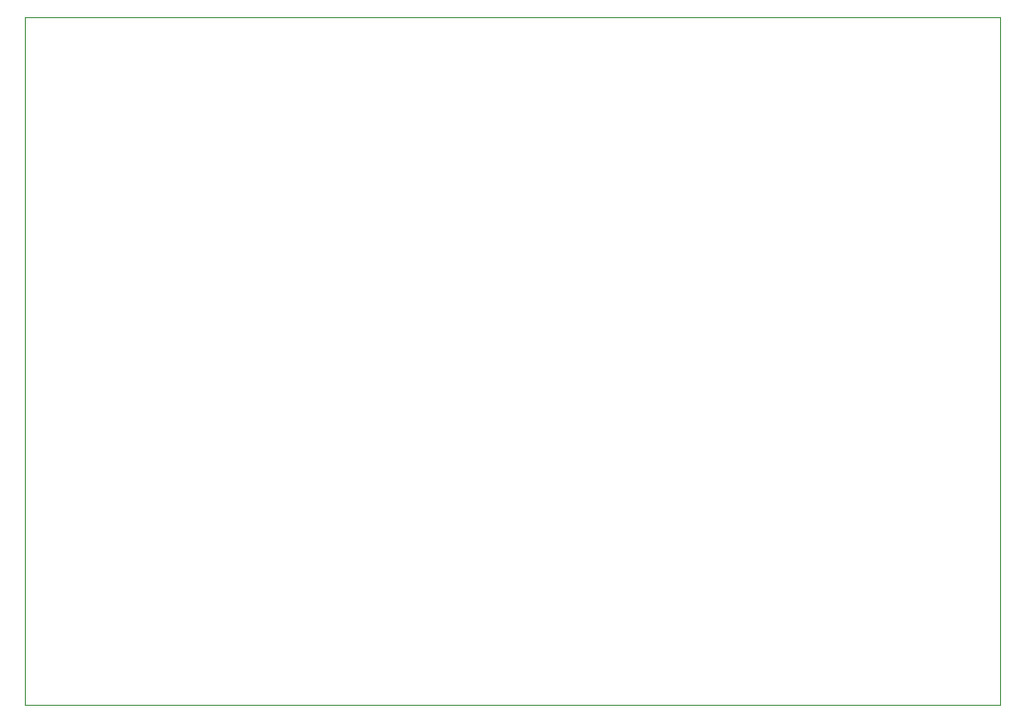
<source format=gbr>
G04 #@! TF.GenerationSoftware,KiCad,Pcbnew,5.1.2+dfsg1-1*
G04 #@! TF.CreationDate,2019-07-26T10:31:36-05:00*
G04 #@! TF.ProjectId,PCB,5043422e-6b69-4636-9164-5f7063625858,0.0.0*
G04 #@! TF.SameCoordinates,Original*
G04 #@! TF.FileFunction,Profile,NP*
%FSLAX46Y46*%
G04 Gerber Fmt 4.6, Leading zero omitted, Abs format (unit mm)*
G04 Created by KiCad (PCBNEW 5.1.2+dfsg1-1) date 2019-07-26 10:31:36*
%MOMM*%
%LPD*%
G04 APERTURE LIST*
%ADD10C,0.050000*%
G04 APERTURE END LIST*
D10*
X96520000Y-71120000D02*
X182880000Y-71120000D01*
X96520000Y-132080000D02*
X96520000Y-71120000D01*
X182880000Y-132080000D02*
X96520000Y-132080000D01*
X182880000Y-71120000D02*
X182880000Y-132080000D01*
M02*

</source>
